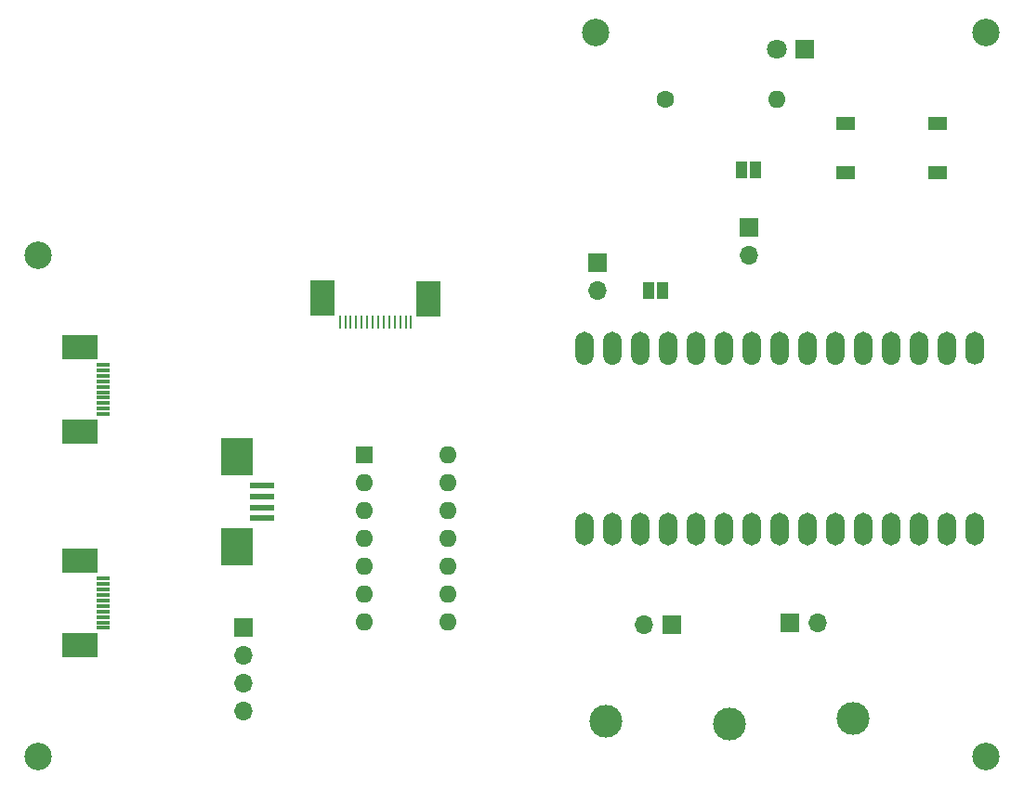
<source format=gbr>
%TF.GenerationSoftware,KiCad,Pcbnew,(6.0.1)*%
%TF.CreationDate,2022-09-26T20:39:58+01:00*%
%TF.ProjectId,psp-bluetooth,7073702d-626c-4756-9574-6f6f74682e6b,4*%
%TF.SameCoordinates,Original*%
%TF.FileFunction,Soldermask,Top*%
%TF.FilePolarity,Negative*%
%FSLAX46Y46*%
G04 Gerber Fmt 4.6, Leading zero omitted, Abs format (unit mm)*
G04 Created by KiCad (PCBNEW (6.0.1)) date 2022-09-26 20:39:58*
%MOMM*%
%LPD*%
G01*
G04 APERTURE LIST*
%ADD10C,2.500000*%
%ADD11R,1.600000X1.600000*%
%ADD12O,1.600000X1.600000*%
%ADD13R,1.000000X1.500000*%
%ADD14R,1.700000X1.700000*%
%ADD15O,1.700000X1.700000*%
%ADD16C,1.600000*%
%ADD17R,1.800000X1.300000*%
%ADD18R,0.250013X1.200000*%
%ADD19R,2.200000X3.300000*%
%ADD20C,3.000000*%
%ADD21O,1.700000X3.000000*%
%ADD22C,1.700000*%
%ADD23R,1.800000X1.800000*%
%ADD24C,1.800000*%
%ADD25R,2.200000X0.599949*%
%ADD26R,3.000000X3.400000*%
%ADD27R,1.200000X0.300000*%
%ADD28R,3.300000X2.200000*%
G04 APERTURE END LIST*
D10*
%TO.C,H4*%
X111760000Y-93980000D03*
%TD*%
D11*
%TO.C,U1*%
X141500000Y-66500000D03*
D12*
X141500000Y-69040000D03*
X141500000Y-71580000D03*
X141500000Y-74120000D03*
X141500000Y-76660000D03*
X141500000Y-79200000D03*
X141500000Y-81740000D03*
X149120000Y-81740000D03*
X149120000Y-79200000D03*
X149120000Y-76660000D03*
X149120000Y-74120000D03*
X149120000Y-71580000D03*
X149120000Y-69040000D03*
X149120000Y-66500000D03*
%TD*%
D13*
%TO.C,JP1*%
X168650000Y-51500000D03*
X167350000Y-51500000D03*
%TD*%
%TO.C,JP2*%
X175850000Y-40500000D03*
X177150000Y-40500000D03*
%TD*%
D14*
%TO.C,J2*%
X169500000Y-82000000D03*
D15*
X166960000Y-82000000D03*
%TD*%
D10*
%TO.C,H2*%
X198120000Y-27940000D03*
%TD*%
D14*
%TO.C,J7*%
X176500000Y-45725000D03*
D15*
X176500000Y-48265000D03*
%TD*%
D16*
%TO.C,R1*%
X168920000Y-34000000D03*
D12*
X179080000Y-34000000D03*
%TD*%
D17*
%TO.C,U5*%
X193699898Y-40749873D03*
X185300102Y-40749873D03*
X193699898Y-36249746D03*
X185300102Y-36249746D03*
%TD*%
D10*
%TO.C,H3*%
X198120000Y-93980000D03*
%TD*%
%TO.C,H5*%
X111760000Y-48260000D03*
%TD*%
D18*
%TO.C,U3*%
X145747892Y-54368009D03*
X145248019Y-54368009D03*
X144747892Y-54368009D03*
X144248019Y-54368009D03*
X143747892Y-54368009D03*
X143248019Y-54368009D03*
X142747892Y-54368009D03*
X142248019Y-54368009D03*
X141747892Y-54368009D03*
X141248019Y-54368009D03*
X140747892Y-54368009D03*
X140248019Y-54368009D03*
X139747892Y-54368009D03*
X139248019Y-54368009D03*
D19*
X147349873Y-52197828D03*
X137650102Y-52197320D03*
%TD*%
D14*
%TO.C,J4*%
X130500000Y-82200000D03*
D15*
X130500000Y-84740000D03*
X130500000Y-87280000D03*
X130500000Y-89820000D03*
%TD*%
D20*
%TO.C,REF\u002A\u002A*%
X174750000Y-91000000D03*
%TD*%
D14*
%TO.C,J3*%
X180225000Y-81750000D03*
D15*
X182765000Y-81750000D03*
%TD*%
D21*
%TO.C,J1*%
X197105000Y-56745000D03*
D22*
X197105000Y-57380000D03*
D15*
X194565000Y-57380000D03*
D21*
X194565000Y-56745000D03*
D15*
X192025000Y-57380000D03*
D21*
X192025000Y-56745000D03*
X189485000Y-56745000D03*
D15*
X189485000Y-57380000D03*
D21*
X186945000Y-56745000D03*
D15*
X186945000Y-57380000D03*
D21*
X184405000Y-56745000D03*
D15*
X184405000Y-57380000D03*
D21*
X181865000Y-56745000D03*
D15*
X181865000Y-57380000D03*
D21*
X179325000Y-56745000D03*
D15*
X179325000Y-57380000D03*
X176785000Y-57380000D03*
D21*
X176785000Y-56745000D03*
X174245000Y-56745000D03*
D15*
X174245000Y-57380000D03*
X171705000Y-57380000D03*
D21*
X171705000Y-56745000D03*
X169165000Y-56745000D03*
D15*
X169165000Y-57380000D03*
D21*
X166625000Y-56745000D03*
D15*
X166625000Y-57380000D03*
D21*
X164085000Y-56745000D03*
D15*
X164085000Y-57380000D03*
D21*
X161545000Y-56745000D03*
D15*
X161545000Y-57380000D03*
D21*
X161545000Y-73255000D03*
D22*
X161545000Y-72620000D03*
D15*
X164085000Y-72620000D03*
D21*
X164085000Y-73255000D03*
D15*
X166625000Y-72620000D03*
D21*
X166625000Y-73255000D03*
D15*
X169165000Y-72620000D03*
D21*
X169165000Y-73255000D03*
D15*
X171705000Y-72620000D03*
D21*
X171705000Y-73255000D03*
D15*
X174245000Y-72620000D03*
D21*
X174245000Y-73255000D03*
D15*
X176785000Y-72620000D03*
D21*
X176785000Y-73255000D03*
X179325000Y-73255000D03*
D15*
X179325000Y-72620000D03*
X181865000Y-72620000D03*
D21*
X181865000Y-73255000D03*
X184405000Y-73255000D03*
D15*
X184405000Y-72620000D03*
X186945000Y-72620000D03*
D21*
X186945000Y-73255000D03*
D15*
X189485000Y-72620000D03*
D21*
X189485000Y-73255000D03*
X192025000Y-73255000D03*
D15*
X192025000Y-72620000D03*
X194565000Y-72620000D03*
D21*
X194565000Y-73255000D03*
X197105000Y-73255000D03*
D15*
X197105000Y-72620000D03*
%TD*%
D10*
%TO.C,H1*%
X162560000Y-27940000D03*
%TD*%
D23*
%TO.C,D1*%
X181590000Y-29495000D03*
D24*
X179050000Y-29495000D03*
%TD*%
D20*
%TO.C,REF\u002A\u002A*%
X186000000Y-90500000D03*
%TD*%
D25*
%TO.C,P1*%
X132177038Y-72263335D03*
X132177038Y-71263589D03*
X132177038Y-70264097D03*
X132177038Y-69264097D03*
D26*
X129852172Y-66664148D03*
X129851918Y-74864046D03*
%TD*%
D27*
%TO.C,U4*%
X117725057Y-77750038D03*
X117725057Y-78249911D03*
X117725057Y-78750038D03*
X117725057Y-79249911D03*
X117725057Y-79750038D03*
X117725057Y-80249911D03*
X117725057Y-80750038D03*
X117725057Y-81249911D03*
X117725057Y-81750038D03*
X117725057Y-82249911D03*
D28*
X115554877Y-83850114D03*
X115554877Y-76150089D03*
%TD*%
D14*
%TO.C,J8*%
X162750000Y-48975000D03*
D15*
X162750000Y-51515000D03*
%TD*%
D27*
%TO.C,U2*%
X117725057Y-58250038D03*
X117725057Y-58749911D03*
X117725057Y-59250038D03*
X117725057Y-59749911D03*
X117725057Y-60250038D03*
X117725057Y-60749911D03*
X117725057Y-61250038D03*
X117725057Y-61749911D03*
X117725057Y-62250038D03*
X117725057Y-62749911D03*
D28*
X115554877Y-64350114D03*
X115554877Y-56650089D03*
%TD*%
D20*
%TO.C,REF\u002A\u002A*%
X163500000Y-90750000D03*
%TD*%
M02*

</source>
